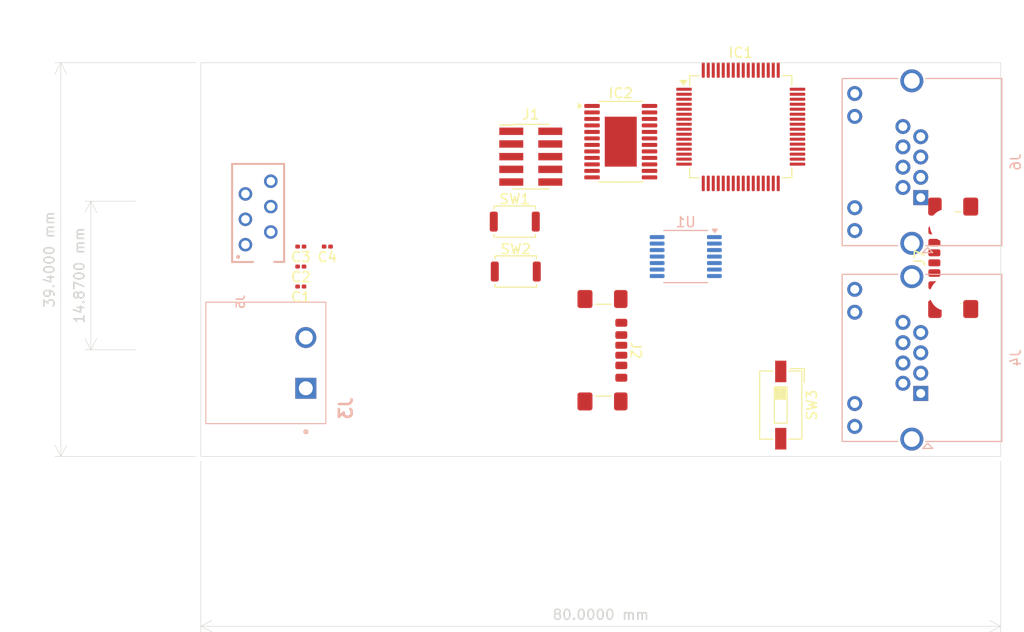
<source format=kicad_pcb>
(kicad_pcb (version 20240108) (generator "pcbnew") (generator_version "8.0")
  (layers (0 "F.Cu" signal) (31 "B.Cu" signal) (34 "B.Paste" user) (35 "F.Paste" user) (36 "B.SilkS" user "B.Silkscreen") (37 "F.SilkS" user "F.Silkscreen") (38 "B.Mask" user) (39 "F.Mask" user) (44 "Edge.Cuts" user))
  (net 0 "")
  (net 24 "GND")
  (net 94 "+3.3V")
  (net 95 "Net-(IC1A-VDDA{slash}VREF+)")
  (net 100 "Net-(J1-GND-Pad3)")
  (net 114 "Net-(J2-GND-PadA12)")
  (net 115 "Net-(J2-VBUS-PadA9)")
  (net 116 "+24V")
  (net 151 "Net-(J7-GND-PadA12)")
  (net 152 "Net-(J7-VBUS-PadA9)")
  (footprint "Button_Switch_SMD:SW_DIP_SPSTx01_Slide_6.7x4.1mm_W6.73mm_P2.54mm_LowProfile_JPin" (layer "F.Cu") (at 228 114.865 -90)
    (property "Reference" "SW3" (at 0 -3.11 90) (layer "F.SilkS"))
    (property "Value" "BOOT")
    (fp_line (start -3.41 2.11) (end 3.41 2.11) (stroke (width 0.12)) (layer "F.SilkS"))
    (fp_line (start -3.41 0.8) (end -3.41 2.11) (stroke (width 0.12)) (layer "F.SilkS"))
    (fp_line (start 3.41 0.8) (end 3.41 2.11) (stroke (width 0.12)) (layer "F.SilkS"))
    (fp_line (start -1.81 0.635) (end 1.81 0.635) (stroke (width 0.12)) (layer "F.SilkS"))
    (fp_line (start 1.81 0.635) (end 1.81 -0.635) (stroke (width 0.12)) (layer "F.SilkS"))
    (fp_line (start -1.81 0.565) (end -0.603333 0.565) (stroke (width 0.12)) (layer "F.SilkS"))
    (fp_line (start -1.81 0.445) (end -0.603333 0.445) (stroke (width 0.12)) (layer "F.SilkS"))
    (fp_line (start -1.81 0.325) (end -0.603333 0.325) (stroke (width 0.12)) (layer "F.SilkS"))
    (fp_line (start -1.81 0.205) (end -0.603333 0.205) (stroke (width 0.12)) (layer "F.SilkS"))
    (fp_line (start -1.81 0.085) (end -0.603333 0.085) (stroke (width 0.12)) (layer "F.SilkS"))
    (fp_line (start -1.81 -0.035) (end -0.603333 -0.035) (stroke (width 0.12)) (layer "F.SilkS"))
    (fp_line (start -1.81 -0.155) (end -0.603333 -0.155) (stroke (width 0.12)) (layer "F.SilkS"))
    (fp_line (start -1.81 -0.275) (end -0.603333 -0.275) (stroke (width 0.12)) (layer "F.SilkS"))
    (fp_line (start -1.81 -0.395) (end -0.603333 -0.395) (stroke (width 0.12)) (layer "F.SilkS"))
    (fp_line (start -1.81 -0.515) (end -0.603333 -0.515) (stroke (width 0.12)) (layer "F.SilkS"))
    (fp_line (start -1.81 -0.635) (end -1.81 0.635) (stroke (width 0.12)) (layer "F.SilkS"))
    (fp_line (start -0.603333 -0.635) (end -0.603333 0.635) (stroke (width 0.12)) (layer "F.SilkS"))
    (fp_line (start 1.81 -0.635) (end -1.81 -0.635) (stroke (width 0.12)) (layer "F.SilkS"))
    (fp_line (start -3.41 -2.11) (end -3.41 -0.8) (stroke (width 0.12)) (layer "F.SilkS"))
    (fp_line (start -3.41 -2.11) (end 3.41 -2.11) (stroke (width 0.12)) (layer "F.SilkS"))
    (fp_line (start 3.41 -2.11) (end 3.41 -0.8) (stroke (width 0.12)) (layer "F.SilkS"))
    (fp_line (start -3.65 -2.35) (end -3.65 -0.967) (stroke (width 0.12)) (layer "F.SilkS"))
    (fp_line (start -3.65 -2.35) (end -2.267 -2.35) (stroke (width 0.12)) (layer "F.SilkS"))
    (pad "1" smd rect (at -3.365 0 270) (size 2.16 1.12) (layers "F.Cu" "F.Paste" "F.Mask"))
    (pad "2" smd rect (at 3.365 0 270) (size 2.16 1.12) (layers "F.Cu" "F.Paste" "F.Mask"))
  )
  (footprint "Button_Switch_SMD:SW_Push_SPST_NO_Alps_SKRK" (layer "F.Cu") (at 201.5 101.5)
    (property "Reference" "SW2" (at 0 -2.25 0) (layer "F.SilkS"))
    (property "Value" "USER")
    (fp_line (start -2.07 -1.57) (end 2.07 -1.57) (stroke (width 0.12)) (layer "F.SilkS"))
    (fp_line (start -2.07 -1.27) (end -2.07 -1.57) (stroke (width 0.12)) (layer "F.SilkS"))
    (fp_line (start -2.07 1.57) (end -2.07 1.27) (stroke (width 0.12)) (layer "F.SilkS"))
    (fp_line (start 2.07 -1.57) (end 2.07 -1.27) (stroke (width 0.12)) (layer "F.SilkS"))
    (fp_line (start 2.07 1.27) (end 2.07 1.57) (stroke (width 0.12)) (layer "F.SilkS"))
    (fp_line (start 2.07 1.57) (end -2.07 1.57) (stroke (width 0.12)) (layer "F.SilkS"))
    (pad "1" smd roundrect (at -2.1 0) (size 0.8 2) (layers "F.Cu" "F.Paste" "F.Mask"))
    (pad "2" smd roundrect (at 2.1 0) (size 0.8 2) (layers "F.Cu" "F.Paste" "F.Mask"))
  )
  (footprint "Connector_USB:USB_C_Receptacle_GCT_USB4135-GF-A_6P_TopMnt_Horizontal" (layer "F.Cu") (at 209.0225 109.375 -90)
    (property "Reference" "J2" (at 0 -4.5 -90) (layer "F.SilkS"))
    (property "Value" "USB_C_Receptacle_PowerOnly_6P")
    (fp_line (start -4.6 -2.04) (end -4.6 -0.41) (stroke (width 0.12)) (layer "F.SilkS"))
    (fp_line (start 4.6 -2.04) (end 4.6 -0.41) (stroke (width 0.12)) (layer "F.SilkS"))
    (pad "A5" smd roundrect (at -0.5 -3.0325 270) (size 0.7 1.2) (layers "F.Cu" "F.Paste" "F.Mask"))
    (pad "A9" smd roundrect (at 1.52 -3.0325 90) (size 0.76 1.2) (layers "F.Cu" "F.Paste" "F.Mask") (net 115 "Net-(J2-VBUS-PadA9)"))
    (pad "A12" smd roundrect (at 2.75 -3.0325 90) (size 0.8 1.2) (layers "F.Cu" "F.Paste" "F.Mask") (net 114 "Net-(J2-GND-PadA12)"))
    (pad "B5" smd roundrect (at 0.5 -3.0325 90) (size 0.7 1.2) (layers "F.Cu" "F.Paste" "F.Mask"))
    (pad "B9" smd roundrect (at -1.52 -3.0325 270) (size 0.76 1.2) (layers "F.Cu" "F.Paste" "F.Mask") (net 115 "Net-(J2-VBUS-PadA9)"))
    (pad "B12" smd roundrect (at -2.75 -3.0325 270) (size 0.8 1.2) (layers "F.Cu" "F.Paste" "F.Mask") (net 114 "Net-(J2-GND-PadA12)"))
    (pad "S1" smd roundrect (at -5.125 -2.9775 270) (size 1.8 1.35) (layers "F.Cu" "F.Paste" "F.Mask") (roundrect_rratio 0.1851851852))
    (pad "S1" smd roundrect (at -5.125 0.6025 270) (size 1.8 1.5) (layers "F.Cu" "F.Paste" "F.Mask") (roundrect_rratio 0.1666666667))
    (pad "S1" smd roundrect (at 5.125 -2.9775 270) (size 1.8 1.35) (layers "F.Cu" "F.Paste" "F.Mask") (roundrect_rratio 0.1851851852))
    (pad "S1" smd roundrect (at 5.125 0.6025 270) (size 1.8 1.5) (layers "F.Cu" "F.Paste" "F.Mask") (roundrect_rratio 0.1666666667))
  )
  (footprint "Capacitor_SMD:C_0201_0603Metric" (layer "F.Cu") (at 180 101 180)
    (property "Reference" "C2" (at 0 -1.05 0) (layer "F.SilkS"))
    (property "Value" "100nF")
    (pad "1" smd roundrect (at -0.32 0 180) (size 0.46 0.4) (layers "F.Cu" "F.Mask") (net 94 "+3.3V"))
    (pad "2" smd roundrect (at 0.32 0 180) (size 0.46 0.4) (layers "F.Cu" "F.Mask") (net 24 "GND"))
  )
  (footprint "Connector_PinHeader_1.27mm:PinHeader_2x05_P1.27mm_Vertical_SMD" (layer "F.Cu") (at 203 90)
    (property "Reference" "J1" (at 0 -4.235 0) (layer "F.SilkS"))
    (property "Value" "Conn_ARM_JTAG_SWD_10")
    (fp_line (start -3.09 -3.17) (end -1.765 -3.17) (stroke (width 0.12)) (layer "F.SilkS"))
    (fp_line (start -1.765 -3.235) (end -1.765 -3.17) (stroke (width 0.12)) (layer "F.SilkS"))
    (fp_line (start -1.765 -3.235) (end 1.765 -3.235) (stroke (width 0.12)) (layer "F.SilkS"))
    (fp_line (start -1.765 3.17) (end -1.765 3.235) (stroke (width 0.12)) (layer "F.SilkS"))
    (fp_line (start -1.765 3.235) (end 1.765 3.235) (stroke (width 0.12)) (layer "F.SilkS"))
    (fp_line (start 1.765 -3.235) (end 1.765 -3.17) (stroke (width 0.12)) (layer "F.SilkS"))
    (fp_line (start 1.765 3.17) (end 1.765 3.235) (stroke (width 0.12)) (layer "F.SilkS"))
    (pad "1" smd rect (at -1.95 -2.54) (size 2.4 0.74) (layers "F.Cu" "F.Paste" "F.Mask"))
    (pad "2" smd rect (at 1.95 -2.54) (size 2.4 0.74) (layers "F.Cu" "F.Paste" "F.Mask"))
    (pad "3" smd rect (at -1.95 -1.27) (size 2.4 0.74) (layers "F.Cu" "F.Paste" "F.Mask") (net 100 "Net-(J1-GND-Pad3)"))
    (pad "4" smd rect (at 1.95 -1.27) (size 2.4 0.74) (layers "F.Cu" "F.Paste" "F.Mask"))
    (pad "5" smd rect (at -1.95 0) (size 2.4 0.74) (layers "F.Cu" "F.Paste" "F.Mask") (net 100 "Net-(J1-GND-Pad3)"))
    (pad "6" smd rect (at 1.95 0) (size 2.4 0.74) (layers "F.Cu" "F.Paste" "F.Mask"))
    (pad "7" smd rect (at -1.95 1.27) (size 2.4 0.74) (layers "F.Cu" "F.Paste" "F.Mask"))
    (pad "8" smd rect (at 1.95 1.27) (size 2.4 0.74) (layers "F.Cu" "F.Paste" "F.Mask"))
    (pad "9" smd rect (at -1.95 2.54) (size 2.4 0.74) (layers "F.Cu" "F.Paste" "F.Mask"))
    (pad "10" smd rect (at 1.95 2.54) (size 2.4 0.74) (layers "F.Cu" "F.Paste" "F.Mask"))
  )
  (footprint "Connector_USB:USB_C_Receptacle_GCT_USB4135-GF-A_6P_TopMnt_Horizontal" (layer "F.Cu") (at 246.3975 100.125 90)
    (property "Reference" "J7" (at 0 -4.5 90) (layer "F.SilkS"))
    (property "Value" "USB_C_Receptacle_PowerOnly_6P")
    (fp_line (start 4.6 -2.04) (end 4.6 -0.41) (stroke (width 0.12)) (layer "F.SilkS"))
    (fp_line (start -4.6 -2.04) (end -4.6 -0.41) (stroke (width 0.12)) (layer "F.SilkS"))
    (pad "A5" smd roundrect (at -0.5 -3.0325 90) (size 0.7 1.2) (layers "F.Cu" "F.Paste" "F.Mask"))
    (pad "A9" smd roundrect (at 1.52 -3.0325 270) (size 0.76 1.2) (layers "F.Cu" "F.Paste" "F.Mask") (net 152 "Net-(J7-VBUS-PadA9)"))
    (pad "A12" smd roundrect (at 2.75 -3.0325 270) (size 0.8 1.2) (layers "F.Cu" "F.Paste" "F.Mask") (net 151 "Net-(J7-GND-PadA12)"))
    (pad "B5" smd roundrect (at 0.5 -3.0325 270) (size 0.7 1.2) (layers "F.Cu" "F.Paste" "F.Mask"))
    (pad "B9" smd roundrect (at -1.52 -3.0325 90) (size 0.76 1.2) (layers "F.Cu" "F.Paste" "F.Mask") (net 152 "Net-(J7-VBUS-PadA9)"))
    (pad "B12" smd roundrect (at -2.75 -3.0325 90) (size 0.8 1.2) (layers "F.Cu" "F.Paste" "F.Mask") (net 151 "Net-(J7-GND-PadA12)"))
    (pad "S1" smd roundrect (at -5.125 -2.9775 90) (size 1.8 1.35) (layers "F.Cu" "F.Paste" "F.Mask") (roundrect_rratio 0.1851851852))
    (pad "S1" smd roundrect (at -5.125 0.6025 90) (size 1.8 1.5) (layers "F.Cu" "F.Paste" "F.Mask") (roundrect_rratio 0.1666666667))
    (pad "S1" smd roundrect (at 5.125 -2.9775 90) (size 1.8 1.35) (layers "F.Cu" "F.Paste" "F.Mask") (roundrect_rratio 0.1851851852))
    (pad "S1" smd roundrect (at 5.125 0.6025 90) (size 1.8 1.5) (layers "F.Cu" "F.Paste" "F.Mask") (roundrect_rratio 0.1666666667))
  )
  (footprint "Package_SO:HTSSOP-24-1EP_4.4x7.8mm_P0.65mm_EP3.2x5mm" (layer "F.Cu") (at 212 88.5)
    (property "Reference" "IC2" (at 0 -4.85 0) (layer "F.SilkS"))
    (property "Value" "DRV8834PWPR")
    (fp_line (start 0 -4.035) (end -2.2 -4.035) (stroke (width 0.12)) (layer "F.SilkS"))
    (fp_line (start 0 -4.035) (end 2.2 -4.035) (stroke (width 0.12)) (layer "F.SilkS"))
    (fp_line (start 0 4.035) (end -2.2 4.035) (stroke (width 0.12)) (layer "F.SilkS"))
    (fp_line (start 0 4.035) (end 2.2 4.035) (stroke (width 0.12)) (layer "F.SilkS"))
    (fp_poly (pts (xy -3.91 -3.575) (xy -4.24 -3.815) (xy -4.24 -3.335) (xy -3.91 -3.575)) (stroke (width 0.12)) (fill solid) (layer "F.SilkS"))
    (pad "1" smd roundrect (at -2.875 -3.575) (size 1.55 0.4) (layers "F.Cu" "F.Paste" "F.Mask"))
    (pad "2" smd roundrect (at -2.875 -2.925) (size 1.55 0.4) (layers "F.Cu" "F.Paste" "F.Mask"))
    (pad "3" smd roundrect (at -2.875 -2.275) (size 1.55 0.4) (layers "F.Cu" "F.Paste" "F.Mask"))
    (pad "4" smd roundrect (at -2.875 -1.625) (size 1.55 0.4) (layers "F.Cu" "F.Paste" "F.Mask"))
    (pad "5" smd roundrect (at -2.875 -0.975) (size 1.55 0.4) (layers "F.Cu" "F.Paste" "F.Mask"))
    (pad "6" smd roundrect (at -2.875 -0.325) (size 1.55 0.4) (layers "F.Cu" "F.Paste" "F.Mask"))
    (pad "7" smd roundrect (at -2.875 0.325) (size 1.55 0.4) (layers "F.Cu" "F.Paste" "F.Mask"))
    (pad "8" smd roundrect (at -2.875 0.975) (size 1.55 0.4) (layers "F.Cu" "F.Paste" "F.Mask"))
    (pad "9" smd roundrect (at -2.875 1.625) (size 1.55 0.4) (layers "F.Cu" "F.Paste" "F.Mask"))
    (pad "10" smd roundrect (at -2.875 2.275) (size 1.55 0.4) (layers "F.Cu" "F.Paste" "F.Mask"))
    (pad "11" smd roundrect (at -2.875 2.925) (size 1.55 0.4) (layers "F.Cu" "F.Paste" "F.Mask"))
    (pad "12" smd roundrect (at -2.875 3.575) (size 1.55 0.4) (layers "F.Cu" "F.Paste" "F.Mask"))
    (pad "13" smd roundrect (at 2.875 3.575) (size 1.55 0.4) (layers "F.Cu" "F.Paste" "F.Mask"))
    (pad "14" smd roundrect (at 2.875 2.925) (size 1.55 0.4) (layers "F.Cu" "F.Paste" "F.Mask"))
    (pad "15" smd roundrect (at 2.875 2.275) (size 1.55 0.4) (layers "F.Cu" "F.Paste" "F.Mask"))
    (pad "16" smd roundrect (at 2.875 1.625) (size 1.55 0.4) (layers "F.Cu" "F.Paste" "F.Mask"))
    (pad "17" smd roundrect (at 2.875 0.975) (size 1.55 0.4) (layers "F.Cu" "F.Paste" "F.Mask"))
    (pad "18" smd roundrect (at 2.875 0.325) (size 1.55 0.4) (layers "F.Cu" "F.Paste" "F.Mask"))
    (pad "19" smd roundrect (at 2.875 -0.325) (size 1.55 0.4) (layers "F.Cu" "F.Paste" "F.Mask"))
    (pad "20" smd roundrect (at 2.875 -0.975) (size 1.55 0.4) (layers "F.Cu" "F.Paste" "F.Mask"))
    (pad "21" smd roundrect (at 2.875 -1.625) (size 1.55 0.4) (layers "F.Cu" "F.Paste" "F.Mask"))
    (pad "22" smd roundrect (at 2.875 -2.275) (size 1.55 0.4) (layers "F.Cu" "F.Paste" "F.Mask"))
    (pad "23" smd roundrect (at 2.875 -2.925) (size 1.55 0.4) (layers "F.Cu" "F.Paste" "F.Mask"))
    (pad "24" smd roundrect (at 2.875 -3.575) (size 1.55 0.4) (layers "F.Cu" "F.Paste" "F.Mask"))
    (pad "25" smd rect (at 0 0) (size 3.2 5) (property pad_prop_heatsink) (layers "F.Cu" "F.Mask") (net 24 "GND"))
  )
  (footprint "Package_QFP:LQFP-64_10x10mm_P0.5mm" (layer "F.Cu") (at 224 87)
    (property "Reference" "IC1" (at 0 -7.4 0) (layer "F.SilkS"))
    (property "Value" "STM32L476RGT6")
    (fp_line (start -5.11 -5.11) (end -5.11 -4.16) (stroke (width 0.12)) (layer "F.SilkS"))
    (fp_line (start -5.11 5.11) (end -5.11 4.16) (stroke (width 0.12)) (layer "F.SilkS"))
    (fp_line (start -4.16 -5.11) (end -5.11 -5.11) (stroke (width 0.12)) (layer "F.SilkS"))
    (fp_line (start -4.16 5.11) (end -5.11 5.11) (stroke (width 0.12)) (layer "F.SilkS"))
    (fp_line (start 4.16 -5.11) (end 5.11 -5.11) (stroke (width 0.12)) (layer "F.SilkS"))
    (fp_line (start 4.16 5.11) (end 5.11 5.11) (stroke (width 0.12)) (layer "F.SilkS"))
    (fp_line (start 5.11 -5.11) (end 5.11 -4.16) (stroke (width 0.12)) (layer "F.SilkS"))
    (fp_line (start 5.11 5.11) (end 5.11 4.16) (stroke (width 0.12)) (layer "F.SilkS"))
    (fp_poly (pts (xy -5.725 -4.16) (xy -6.065 -4.63) (xy -5.385 -4.63) (xy -5.725 -4.16)) (stroke (width 0.12)) (fill solid) (layer "F.SilkS"))
    (pad "1" smd roundrect (at -5.675 -3.75) (size 1.55 0.3) (layers "F.Cu" "F.Paste" "F.Mask"))
    (pad "2" smd roundrect (at -5.675 -3.25) (size 1.55 0.3) (layers "F.Cu" "F.Paste" "F.Mask"))
    (pad "3" smd roundrect (at -5.675 -2.75) (size 1.55 0.3) (layers "F.Cu" "F.Paste" "F.Mask"))
    (pad "4" smd roundrect (at -5.675 -2.25) (size 1.55 0.3) (layers "F.Cu" "F.Paste" "F.Mask"))
    (pad "5" smd roundrect (at -5.675 -1.75) (size 1.55 0.3) (layers "F.Cu" "F.Paste" "F.Mask"))
    (pad "6" smd roundrect (at -5.675 -1.25) (size 1.55 0.3) (layers "F.Cu" "F.Paste" "F.Mask"))
    (pad "7" smd roundrect (at -5.675 -0.75) (size 1.55 0.3) (layers "F.Cu" "F.Paste" "F.Mask"))
    (pad "8" smd roundrect (at -5.675 -0.25) (size 1.55 0.3) (layers "F.Cu" "F.Paste" "F.Mask"))
    (pad "9" smd roundrect (at -5.675 0.25) (size 1.55 0.3) (layers "F.Cu" "F.Paste" "F.Mask"))
    (pad "10" smd roundrect (at -5.675 0.75) (size 1.55 0.3) (layers "F.Cu" "F.Paste" "F.Mask"))
    (pad "11" smd roundrect (at -5.675 1.25) (size 1.55 0.3) (layers "F.Cu" "F.Paste" "F.Mask"))
    (pad "12" smd roundrect (at -5.675 1.75) (size 1.55 0.3) (layers "F.Cu" "F.Paste" "F.Mask") (net 24 "GND"))
    (pad "13" smd roundrect (at -5.675 2.25) (size 1.55 0.3) (layers "F.Cu" "F.Paste" "F.Mask") (net 95 "Net-(IC1A-VDDA{slash}VREF+)"))
    (pad "14" smd roundrect (at -5.675 2.75) (size 1.55 0.3) (layers "F.Cu" "F.Paste" "F.Mask"))
    (pad "15" smd roundrect (at -5.675 3.25) (size 1.55 0.3) (layers "F.Cu" "F.Paste" "F.Mask"))
    (pad "16" smd roundrect (at -5.675 3.75) (size 1.55 0.3) (layers "F.Cu" "F.Paste" "F.Mask"))
    (pad "17" smd roundrect (at -3.75 5.675) (size 0.3 1.55) (layers "F.Cu" "F.Paste" "F.Mask"))
    (pad "18" smd roundrect (at -3.25 5.675) (size 0.3 1.55) (layers "F.Cu" "F.Paste" "F.Mask") (net 24 "GND"))
    (pad "19" smd roundrect (at -2.75 5.675) (size 0.3 1.55) (layers "F.Cu" "F.Paste" "F.Mask") (net 94 "+3.3V"))
    (pad "20" smd roundrect (at -2.25 5.675) (size 0.3 1.55) (layers "F.Cu" "F.Paste" "F.Mask"))
    (pad "21" smd roundrect (at -1.75 5.675) (size 0.3 1.55) (layers "F.Cu" "F.Paste" "F.Mask"))
    (pad "22" smd roundrect (at -1.25 5.675) (size 0.3 1.55) (layers "F.Cu" "F.Paste" "F.Mask"))
    (pad "23" smd roundrect (at -0.75 5.675) (size 0.3 1.55) (layers "F.Cu" "F.Paste" "F.Mask"))
    (pad "24" smd roundrect (at -0.25 5.675) (size 0.3 1.55) (layers "F.Cu" "F.Paste" "F.Mask"))
    (pad "25" smd roundrect (at 0.25 5.675) (size 0.3 1.55) (layers "F.Cu" "F.Paste" "F.Mask"))
    (pad "26" smd roundrect (at 0.75 5.675) (size 0.3 1.55) (layers "F.Cu" "F.Paste" "F.Mask"))
    (pad "27" smd roundrect (at 1.25 5.675) (size 0.3 1.55) (layers "F.Cu" "F.Paste" "F.Mask"))
    (pad "28" smd roundrect (at 1.75 5.675) (size 0.3 1.55) (layers "F.Cu" "F.Paste" "F.Mask"))
    (pad "29" smd roundrect (at 2.25 5.675) (size 0.3 1.55) (layers "F.Cu" "F.Paste" "F.Mask"))
    (pad "30" smd roundrect (at 2.75 5.675) (size 0.3 1.55) (layers "F.Cu" "F.Paste" "F.Mask"))
    (pad "31" smd roundrect (at 3.25 5.675) (size 0.3 1.55) (layers "F.Cu" "F.Paste" "F.Mask") (net 24 "GND"))
    (pad "32" smd roundrect (at 3.75 5.675) (size 0.3 1.55) (layers "F.Cu" "F.Paste" "F.Mask") (net 94 "+3.3V"))
    (pad "33" smd roundrect (at 5.675 3.75) (size 1.55 0.3) (layers "F.Cu" "F.Paste" "F.Mask"))
    (pad "34" smd roundrect (at 5.675 3.25) (size 1.55 0.3) (layers "F.Cu" "F.Paste" "F.Mask"))
    (pad "35" smd roundrect (at 5.675 2.75) (size 1.55 0.3) (layers "F.Cu" "F.Paste" "F.Mask"))
    (pad "36" smd roundrect (at 5.675 2.25) (size 1.55 0.3) (layers "F.Cu" "F.Paste" "F.Mask"))
    (pad "37" smd roundrect (at 5.675 1.75) (size 1.55 0.3) (layers "F.Cu" "F.Paste" "F.Mask"))
    (pad "38" smd roundrect (at 5.675 1.25) (size 1.55 0.3) (layers "F.Cu" "F.Paste" "F.Mask"))
    (pad "39" smd roundrect (at 5.675 0.75) (size 1.55 0.3) (layers "F.Cu" "F.Paste" "F.Mask"))
    (pad "40" smd roundrect (at 5.675 0.25) (size 1.55 0.3) (layers "F.Cu" "F.Paste" "F.Mask"))
    (pad "41" smd roundrect (at 5.675 -0.25) (size 1.55 0.3) (layers "F.Cu" "F.Paste" "F.Mask"))
    (pad "42" smd roundrect (at 5.675 -0.75) (size 1.55 0.3) (layers "F.Cu" "F.Paste" "F.Mask"))
    (pad "43" smd roundrect (at 5.675 -1.25) (size 1.55 0.3) (layers "F.Cu" "F.Paste" "F.Mask"))
    (pad "44" smd roundrect (at 5.675 -1.75) (size 1.55 0.3) (layers "F.Cu" "F.Paste" "F.Mask"))
    (pad "45" smd roundrect (at 5.675 -2.25) (size 1.55 0.3) (layers "F.Cu" "F.Paste" "F.Mask"))
    (pad "46" smd roundrect (at 5.675 -2.75) (size 1.55 0.3) (layers "F.Cu" "F.Paste" "F.Mask"))
    (pad "47" smd roundrect (at 5.675 -3.25) (size 1.55 0.3) (layers "F.Cu" "F.Paste" "F.Mask") (net 24 "GND"))
    (pad "48" smd roundrect (at 5.675 -3.75) (size 1.55 0.3) (layers "F.Cu" "F.Paste" "F.Mask"))
    (pad "49" smd roundrect (at 3.75 -5.675) (size 0.3 1.55) (layers "F.Cu" "F.Paste" "F.Mask"))
    (pad "50" smd roundrect (at 3.25 -5.675) (size 0.3 1.55) (layers "F.Cu" "F.Paste" "F.Mask"))
    (pad "51" smd roundrect (at 2.75 -5.675) (size 0.3 1.55) (layers "F.Cu" "F.Paste" "F.Mask"))
    (pad "52" smd roundrect (at 2.25 -5.675) (size 0.3 1.55) (layers "F.Cu" "F.Paste" "F.Mask"))
    (pad "53" smd roundrect (at 1.75 -5.675) (size 0.3 1.55) (layers "F.Cu" "F.Paste" "F.Mask"))
    (pad "54" smd roundrect (at 1.25 -5.675) (size 0.3 1.55) (layers "F.Cu" "F.Paste" "F.Mask"))
    (pad "55" smd roundrect (at 0.75 -5.675) (size 0.3 1.55) (layers "F.Cu" "F.Paste" "F.Mask"))
    (pad "56" smd roundrect (at 0.25 -5.675) (size 0.3 1.55) (layers "F.Cu" "F.Paste" "F.Mask"))
    (pad "57" smd roundrect (at -0.25 -5.675) (size 0.3 1.55) (layers "F.Cu" "F.Paste" "F.Mask"))
    (pad "58" smd roundrect (at -0.75 -5.675) (size 0.3 1.55) (layers "F.Cu" "F.Paste" "F.Mask"))
    (pad "59" smd roundrect (at -1.25 -5.675) (size 0.3 1.55) (layers "F.Cu" "F.Paste" "F.Mask"))
    (pad "60" smd roundrect (at -1.75 -5.675) (size 0.3 1.55) (layers "F.Cu" "F.Paste" "F.Mask"))
    (pad "61" smd roundrect (at -2.25 -5.675) (size 0.3 1.55) (layers "F.Cu" "F.Paste" "F.Mask"))
    (pad "62" smd roundrect (at -2.75 -5.675) (size 0.3 1.55) (layers "F.Cu" "F.Paste" "F.Mask"))
    (pad "63" smd roundrect (at -3.25 -5.675) (size 0.3 1.55) (layers "F.Cu" "F.Paste" "F.Mask") (net 24 "GND"))
    (pad "64" smd roundrect (at -3.75 -5.675) (size 0.3 1.55) (layers "F.Cu" "F.Paste" "F.Mask") (net 94 "+3.3V"))
  )
  (footprint "Capacitor_SMD:C_0201_0603Metric" (layer "F.Cu") (at 180 99 180)
    (property "Reference" "C3" (at 0 -1.05 0) (layer "F.SilkS"))
    (property "Value" "100nF")
    (pad "1" smd roundrect (at -0.32 0 180) (size 0.46 0.4) (layers "F.Cu" "F.Mask") (net 94 "+3.3V"))
    (pad "2" smd roundrect (at 0.32 0 180) (size 0.46 0.4) (layers "F.Cu" "F.Mask") (net 24 "GND"))
  )
  (footprint "Button_Switch_SMD:SW_Push_SPST_NO_Alps_SKRK" (layer "F.Cu") (at 201.4 96.5)
    (property "Reference" "SW1" (at 0 -2.25 0) (layer "F.SilkS"))
    (property "Value" "NRST")
    (fp_line (start -2.07 -1.57) (end 2.07 -1.57) (stroke (width 0.12)) (layer "F.SilkS"))
    (fp_line (start -2.07 -1.27) (end -2.07 -1.57) (stroke (width 0.12)) (layer "F.SilkS"))
    (fp_line (start -2.07 1.57) (end -2.07 1.27) (stroke (width 0.12)) (layer "F.SilkS"))
    (fp_line (start 2.07 -1.57) (end 2.07 -1.27) (stroke (width 0.12)) (layer "F.SilkS"))
    (fp_line (start 2.07 1.27) (end 2.07 1.57) (stroke (width 0.12)) (layer "F.SilkS"))
    (fp_line (start 2.07 1.57) (end -2.07 1.57) (stroke (width 0.12)) (layer "F.SilkS"))
    (pad "1" smd roundrect (at -2.1 0) (size 0.8 2) (layers "F.Cu" "F.Paste" "F.Mask"))
    (pad "2" smd roundrect (at 2.1 0) (size 0.8 2) (layers "F.Cu" "F.Paste" "F.Mask"))
  )
  (footprint "Capacitor_SMD:C_0201_0603Metric" (layer "F.Cu") (at 180 103 180)
    (property "Reference" "C1" (at 0 -1.05 0) (layer "F.SilkS"))
    (property "Value" "100nF")
    (pad "1" smd roundrect (at -0.32 0 180) (size 0.46 0.4) (layers "F.Cu" "F.Mask") (net 94 "+3.3V"))
    (pad "2" smd roundrect (at 0.32 0 180) (size 0.46 0.4) (layers "F.Cu" "F.Mask") (net 24 "GND"))
  )
  (footprint "Capacitor_SMD:C_0201_0603Metric" (layer "F.Cu") (at 182.655 99 180)
    (property "Reference" "C4" (at 0 -1.05 0) (layer "F.SilkS"))
    (property "Value" "100nF")
    (pad "1" smd roundrect (at -0.32 0 180) (size 0.46 0.4) (layers "F.Cu" "F.Mask") (net 94 "+3.3V"))
    (pad "2" smd roundrect (at 0.32 0 180) (size 0.46 0.4) (layers "F.Cu" "F.Mask") (net 24 "GND"))
  )
  (footprint "Connector_RJ:RJ45_Amphenol_RJHSE538X" (layer "B.Cu") (at 242 94.1 90)
    (property "Reference" "J6" (at 3.56 9.5 90) (layer "B.SilkS") (effects (justify mirror)))
    (property "Value" "RJ45_Abracon_ARJP11A-MASA-B-A-EMU2")
    (fp_line (start 11.925 -7.86) (end -4.805 -7.86) (stroke (width 0.12)) (layer "B.SilkS"))
    (fp_line (start 11.925 -2.3) (end 11.925 -7.86) (stroke (width 0.12)) (layer "B.SilkS"))
    (fp_line (start -4.805 -2.3) (end -4.805 -7.86) (stroke (width 0.12)) (layer "B.SilkS"))
    (fp_line (start -5.5 0.2) (end -5 0.7) (stroke (width 0.12)) (layer "B.SilkS"))
    (fp_line (start 11.925 0.5) (end 11.925 8.11) (stroke (width 0.12)) (layer "B.SilkS"))
    (fp_line (start -4.805 0.5) (end -4.805 8.11) (stroke (width 0.12)) (layer "B.SilkS"))
    (fp_line (start -5 0.7) (end -5.5 1.2) (stroke (width 0.12)) (layer "B.SilkS"))
    (fp_line (start -5.5 1.2) (end -5.5 0.2) (stroke (width 0.12)) (layer "B.SilkS"))
    (fp_line (start 11.925 8.11) (end -4.805 8.11) (stroke (width 0.12)) (layer "B.SilkS"))
    (pad "" np_thru_hole circle (at -2.79 2.54 90) (size 3.25 3.25) (drill 3.25) (layers "*.Cu" "*.Mask"))
    (pad "" np_thru_hole circle (at 9.91 2.54 90) (size 3.25 3.25) (drill 3.25) (layers "*.Cu" "*.Mask"))
    (pad "1" thru_hole rect (at 0 0 90) (size 1.5 1.5) (drill 0.89) (layers "*.Cu" "*.Mask"))
    (pad "2" thru_hole circle (at 1.016 -1.78 90) (size 1.5 1.5) (drill 0.89) (layers "*.Cu" "*.Mask"))
    (pad "3" thru_hole circle (at 2.032 0 90) (size 1.5 1.5) (drill 0.89) (layers "*.Cu" "*.Mask"))
    (pad "4" thru_hole circle (at 3.048 -1.78 90) (size 1.5 1.5) (drill 0.89) (layers "*.Cu" "*.Mask"))
    (pad "5" thru_hole circle (at 4.064 0 90) (size 1.5 1.5) (drill 0.89) (layers "*.Cu" "*.Mask"))
    (pad "6" thru_hole circle (at 5.08 -1.78 90) (size 1.5 1.5) (drill 0.89) (layers "*.Cu" "*.Mask"))
    (pad "7" thru_hole circle (at 6.096 0 90) (size 1.5 1.5) (drill 0.89) (layers "*.Cu" "*.Mask"))
    (pad "8" thru_hole circle (at 7.112 -1.78 90) (size 1.5 1.5) (drill 0.89) (layers "*.Cu" "*.Mask"))
    (pad "9" thru_hole circle (at -3.3 -6.6 90) (size 1.5 1.5) (drill 0.89) (layers "*.Cu" "*.Mask"))
    (pad "10" thru_hole circle (at -1.01 -6.6 90) (size 1.5 1.5) (drill 0.89) (layers "*.Cu" "*.Mask"))
    (pad "11" thru_hole circle (at 8.13 -6.6 90) (size 1.5 1.5) (drill 0.89) (layers "*.Cu" "*.Mask"))
    (pad "12" thru_hole circle (at 10.42 -6.6 90) (size 1.5 1.5) (drill 0.89) (layers "*.Cu" "*.Mask"))
    (pad "SH" thru_hole circle (at -4.57 -0.89 90) (size 2.3 2.3) (drill 1.57) (layers "*.Cu" "*.Mask"))
    (pad "SH" thru_hole circle (at 11.69 -0.89 90) (size 2.3 2.3) (drill 1.57) (layers "*.Cu" "*.Mask"))
  )
  (footprint "Connector_Phoenix_MSTBA:1757242_01x02_2.54mm_TH_RightAngle" (layer "B.Cu") (at 180.5 113.185 90)
    (property "Reference" "J3" (at -2 4 90) (layer "B.SilkS") (effects (font (size 1.27 1.27) (thickness 0.254)) (justify mirror)))
    (property "Value" "1757242" (hide yes))
    (fp_line (start 8.62 -10) (end 8.62 2) (stroke (width 0.1)) (layer "B.SilkS"))
    (fp_line (start -3.54 -10) (end 8.62 -10) (stroke (width 0.1)) (layer "B.SilkS"))
    (fp_line (start 8.62 2) (end -3.54 2) (stroke (width 0.1)) (layer "B.SilkS"))
    (fp_line (start -3.54 2) (end -3.54 -10) (stroke (width 0.1)) (layer "B.SilkS"))
    (fp_circle (center -4.35 0) (end -4.35 -0.05) (stroke (width 0.2)) (fill none) (layer "B.SilkS"))
    (pad "1" thru_hole rect (at 0 0 90) (size 2.1 2.1) (drill 1.4) (layers "*.Cu" "*.Mask") (net 116 "+24V"))
    (pad "2" thru_hole circle (at 5.08 0 90) (size 2.1 2.1) (drill 1.4) (layers "*.Cu" "*.Mask") (net 24 "GND"))
  )
  (footprint "Connector_Wuerth_Micromatch:690367180672_02x03_TH_MicroMatch" (layer "B.Cu") (at 175.73 95.635 -90)
    (property "Reference" "J5" (at 8.8976 1.7441 90) (layer "B.SilkS") (effects (font (size 0.8 0.8)) (justify mirror)))
    (property "Value" "690367180672")
    (fp_line (start -4.91 2.6) (end -4.91 -2.6) (stroke (width 0.2)) (layer "B.SilkS"))
    (fp_line (start 4.91 2.6) (end -4.91 2.6) (stroke (width 0.2)) (layer "B.SilkS"))
    (fp_line (start 4.91 0.5) (end 4.91 2.6) (stroke (width 0.2)) (layer "B.SilkS"))
    (fp_line (start -4.91 -2.6) (end 4.9 -2.6) (stroke (width 0.2)) (layer "B.SilkS"))
    (fp_line (start 4.9 -2.6) (end 4.9 -1.6) (stroke (width 0.2)) (layer "B.SilkS"))
    (fp_circle (center 4.4 2) (end 4.5 2) (stroke (width 0.2)) (fill none) (layer "B.SilkS"))
    (pad "" np_thru_hole circle (at 4.575 -0.53 270) (size 1.5 1.5) (drill 1.5) (layers "*.Cu" "*.Mask"))
    (pad "1" thru_hole circle (at 3.175 1.27 270) (size 1.358 1.358) (drill 0.85) (layers "*.Cu" "*.Mask"))
    (pad "2" thru_hole circle (at 1.905 -1.27 270) (size 1.358 1.358) (drill 0.85) (layers "*.Cu" "*.Mask"))
    (pad "3" thru_hole circle (at 0.635 1.27 270) (size 1.358 1.358) (drill 0.85) (layers "*.Cu" "*.Mask"))
    (pad "4" thru_hole circle (at -0.635 -1.27 270) (size 1.358 1.358) (drill 0.85) (layers "*.Cu" "*.Mask"))
    (pad "5" thru_hole circle (at -1.905 1.27 270) (size 1.358 1.358) (drill 0.85) (layers "*.Cu" "*.Mask"))
    (pad "6" thru_hole circle (at -3.175 -1.27 270) (size 1.358 1.358) (drill 0.85) (layers "*.Cu" "*.Mask"))
  )
  (footprint "Package_SO:TSSOP-14_4.4x5mm_P0.65mm" (layer "B.Cu") (at 218.5 100 180)
    (property "Reference" "U1" (at 0 3.45 0) (layer "B.SilkS") (effects (justify mirror)))
    (property "Value" "AS5047D")
    (fp_line (start 2.2 2.61) (end 0 2.61) (stroke (width 0.12)) (layer "B.SilkS"))
    (fp_line (start 2.2 -2.61) (end 0 -2.61) (stroke (width 0.12)) (layer "B.SilkS"))
    (fp_line (start -2.2 2.61) (end 0 2.61) (stroke (width 0.12)) (layer "B.SilkS"))
    (fp_line (start -2.2 -2.61) (end 0 -2.61) (stroke (width 0.12)) (layer "B.SilkS"))
    (fp_poly (pts (xy -2.9 2.41) (xy -3.14 2.74) (xy -2.66 2.74) (xy -2.9 2.41)) (stroke (width 0.12)) (fill solid) (layer "B.SilkS"))
    (pad "1" smd roundrect (at -2.8625 1.95 180) (size 1.475 0.4) (layers "B.Cu" "B.Paste" "B.Mask"))
    (pad "2" smd roundrect (at -2.8625 1.3 180) (size 1.475 0.4) (layers "B.Cu" "B.Paste" "B.Mask"))
    (pad "3" smd roundrect (at -2.8625 0.65 180) (size 1.475 0.4) (layers "B.Cu" "B.Paste" "B.Mask"))
    (pad "4" smd roundrect (at -2.8625 0 180) (size 1.475 0.4) (layers "B.Cu" "B.Paste" "B.Mask"))
    (pad "5" smd roundrect (at -2.8625 -0.65 180) (size 1.475 0.4) (layers "B.Cu" "B.Paste" "B.Mask"))
    (pad "6" smd roundrect (at -2.8625 -1.3 180) (size 1.475 0.4) (layers "B.Cu" "B.Paste" "B.Mask"))
    (pad "7" smd roundrect (at -2.8625 -1.95 180) (size 1.475 0.4) (layers "B.Cu" "B.Paste" "B.Mask"))
    (pad "8" smd roundrect (at 2.8625 -1.95 180) (size 1.475 0.4) (layers "B.Cu" "B.Paste" "B.Mask"))
    (pad "9" smd roundrect (at 2.8625 -1.3 180) (size 1.475 0.4) (layers "B.Cu" "B.Paste" "B.Mask"))
    (pad "10" smd roundrect (at 2.8625 -0.65 180) (size 1.475 0.4) (layers "B.Cu" "B.Paste" "B.Mask"))
    (pad "11" smd roundrect (at 2.8625 0 180) (size 1.475 0.4) (layers "B.Cu" "B.Paste" "B.Mask"))
    (pad "12" smd roundrect (at 2.8625 0.65 180) (size 1.475 0.4) (layers "B.Cu" "B.Paste" "B.Mask"))
    (pad "13" smd roundrect (at 2.8625 1.3 180) (size 1.475 0.4) (layers "B.Cu" "B.Paste" "B.Mask") (net 24 "GND"))
    (pad "14" smd roundrect (at 2.8625 1.95 180) (size 1.475 0.4) (layers "B.Cu" "B.Paste" "B.Mask"))
  )
  (footprint "Connector_RJ:RJ45_Amphenol_RJHSE538X" (layer "B.Cu") (at 242 113.7 90)
    (property "Reference" "J4" (at 3.56 9.5 90) (layer "B.SilkS") (effects (justify mirror)))
    (property "Value" "RJ45_Abracon_ARJP11A-MASA-B-A-EMU2")
    (fp_line (start 11.925 -7.86) (end -4.805 -7.86) (stroke (width 0.12)) (layer "B.SilkS"))
    (fp_line (start 11.925 -2.3) (end 11.925 -7.86) (stroke (width 0.12)) (layer "B.SilkS"))
    (fp_line (start -4.805 -2.3) (end -4.805 -7.86) (stroke (width 0.12)) (layer "B.SilkS"))
    (fp_line (start -5.5 0.2) (end -5 0.7) (stroke (width 0.12)) (layer "B.SilkS"))
    (fp_line (start 11.925 0.5) (end 11.925 8.11) (stroke (width 0.12)) (layer "B.SilkS"))
    (fp_line (start -4.805 0.5) (end -4.805 8.11) (stroke (width 0.12)) (layer "B.SilkS"))
    (fp_line (start -5 0.7) (end -5.5 1.2) (stroke (width 0.12)) (layer "B.SilkS"))
    (fp_line (start -5.5 1.2) (end -5.5 0.2) (stroke (width 0.12)) (layer "B.SilkS"))
    (fp_line (start 11.925 8.11) (end -4.805 8.11) (stroke (width 0.12)) (layer "B.SilkS"))
    (pad "" np_thru_hole circle (at -2.79 2.54 90) (size 3.25 3.25) (drill 3.25) (layers "*.Cu" "*.Mask"))
    (pad "" np_thru_hole circle (at 9.91 2.54 90) (size 3.25 3.25) (drill 3.25) (layers "*.Cu" "*.Mask"))
    (pad "1" thru_hole rect (at 0 0 90) (size 1.5 1.5) (drill 0.89) (layers "*.Cu" "*.Mask"))
    (pad "2" thru_hole circle (at 1.016 -1.78 90) (size 1.5 1.5) (drill 0.89) (layers "*.Cu" "*.Mask"))
    (pad "3" thru_hole circle (at 2.032 0 90) (size 1.5 1.5) (drill 0.89) (layers "*.Cu" "*.Mask"))
    (pad "4" thru_hole circle (at 3.048 -1.78 90) (size 1.5 1.5) (drill 0.89) (layers "*.Cu" "*.Mask"))
    (pad "5" thru_hole circle (at 4.064 0 90) (size 1.5 1.5) (drill 0.89) (layers "*.Cu" "*.Mask"))
    (pad "6" thru_hole circle (at 5.08 -1.78 90) (size 1.5 1.5) (drill 0.89) (layers "*.Cu" "*.Mask"))
    (pad "7" thru_hole circle (at 6.096 0 90) (size 1.5 1.5) (drill 0.89) (layers "*.Cu" "*.Mask"))
    (pad "8" thru_hole circle (at 7.112 -1.78 90) (size 1.5 1.5) (drill 0.89) (layers "*.Cu" "*.Mask"))
    (pad "9" thru_hole circle (at -3.3 -6.6 90) (size 1.5 1.5) (drill 0.89) (layers "*.Cu" "*.Mask"))
    (pad "10" thru_hole circle (at -1.01 -6.6 90) (size 1.5 1.5) (drill 0.89) (layers "*.Cu" "*.Mask"))
    (pad "11" thru_hole circle (at 8.13 -6.6 90) (size 1.5 1.5) (drill 0.89) (layers "*.Cu" "*.Mask"))
    (pad "12" thru_hole circle (at 10.42 -6.6 90) (size 1.5 1.5) (drill 0.89) (layers "*.Cu" "*.Mask"))
    (pad "SH" thru_hole circle (at -4.57 -0.89 90) (size 2.3 2.3) (drill 1.57) (layers "*.Cu" "*.Mask"))
    (pad "SH" thru_hole circle (at 11.69 -0.89 90) (size 2.3 2.3) (drill 1.57) (layers "*.Cu" "*.Mask"))
  )
  (gr_rect (start 170 80.6) (end 250 120) (stroke (width 0.05)) (fill none) (layer "Edge.Cuts"))
  (dimension (type aligned) (layer "Edge.Cuts") (pts (xy 170 120) (xy 250 120)) (height 16.999999) (gr_text "80,0000 mm" (at 210 135.849999 0) (layer "Edge.Cuts") (effects (font (size 1 1) (thickness 0.15)))) (format (prefix "") (suffix "") (units 3) (units_format 1) (precision 4)) (style (thickness 0.05) (arrow_length 1.27) (text_position_mode 0) (extension_height 0.58642) (extension_offset 0.5) keep_text_aligned))
  (dimension (type orthogonal) (layer "Edge.Cuts") (pts (xy 170 120) (xy 170 80.6)) (height -14) (orientation 1) (gr_text "39,4000 mm" (at 154.85 100.3 90) (layer "Edge.Cuts") (effects (font (size 1 1) (thickness 0.15)))) (format (prefix "") (suffix "") (units 3) (units_format 1) (precision 4)) (style (thickness 0.05) (arrow_length 1.27) (text_position_mode 0) (extension_height 0.58642) (extension_offset 0.5) keep_text_aligned))
  (dimension (type orthogonal) (layer "Edge.Cuts") (pts (xy 164 109.33) (xy 164 94.46)) (height -5) (orientation 1) (gr_text "14,8700 mm" (at 157.85 101.895 90) (layer "Edge.Cuts") (effects (font (size 1 1) (thickness 0.15)))) (format (prefix "") (suffix "") (units 3) (units_format 1) (precision 4)) (style (thickness 0.05) (arrow_length 1.27) (text_position_mode 0) (extension_height 0.58642) (extension_offset 0.5) keep_text_aligned))
)
</source>
